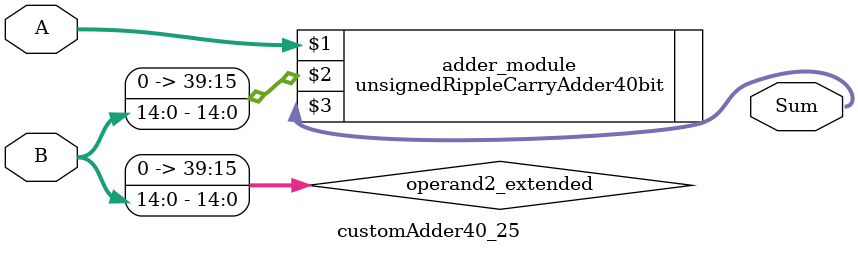
<source format=v>
module customAdder40_25(
                        input [39 : 0] A,
                        input [14 : 0] B,
                        
                        output [40 : 0] Sum
                );

        wire [39 : 0] operand2_extended;
        
        assign operand2_extended =  {25'b0, B};
        
        unsignedRippleCarryAdder40bit adder_module(
            A,
            operand2_extended,
            Sum
        );
        
        endmodule
        
</source>
